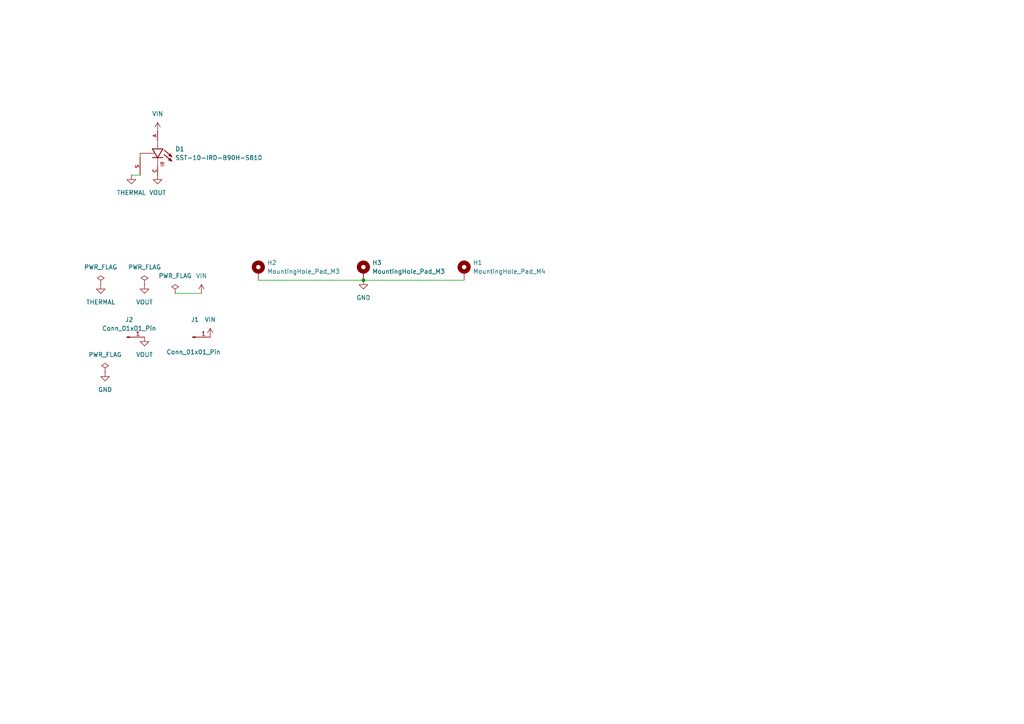
<source format=kicad_sch>
(kicad_sch (version 20231120) (generator "eeschema") (generator_version "8.0")
  (paper "A4")
  (lib_symbols
    (symbol "CE_SCH:SST-10-IRD-B90H-S810_W_FLARE" (pin_names (offset 1.016))
      (property "Reference" "D" (at -7.62 5.08 0))
      (property "Value" "SST-10-IRD-B90H-S810" (at -7.62 -7.62 0))
      (symbol "SST-10-IRD-B90H-S810_W_FLARE_0_0"
        (polyline (pts (xy -2.54 -1.524) (xy 0 0)) (stroke (width 0.254)))
        (polyline (pts (xy -2.54 0) (xy -5.08 0)) (stroke (width 0.1524)))
        (polyline (pts (xy -2.54 0) (xy -2.54 -1.524)) (stroke (width 0.254)))
        (polyline (pts (xy -2.54 1.524) (xy -2.54 0)) (stroke (width 0.254)))
        (polyline (pts (xy -1.27 -5.08) (xy -1.27 -0.7112)) (stroke (width 0.1524)))
        (polyline (pts (xy -0.3556 4.0386) (xy -2.1336 2.0066)) (stroke (width 0.254)))
        (polyline (pts (xy 0 -5.08) (xy -1.27 -5.08)) (stroke (width 0.1524)))
        (polyline (pts (xy 0 0) (xy -2.54 1.524)) (stroke (width 0.254)))
        (polyline (pts (xy 0 0) (xy 0 -1.524)) (stroke (width 0.254)))
        (polyline (pts (xy 0 1.524) (xy 0 0)) (stroke (width 0.254)))
        (polyline (pts (xy 0.889 3.937) (xy -0.889 1.905)) (stroke (width 0.254)))
        (polyline (pts (xy 2.54 0) (xy 0 0)) (stroke (width 0.1524)))
        (polyline (pts (xy -1.143 3.683) (xy -0.5715 3.175) (xy -0.1905 4.191) (xy -1.143 3.683)) (stroke (width 0.1524)) (fill (type outline)))
        (polyline (pts (xy 0.127 3.6195) (xy 0.6985 3.1115) (xy 1.0795 4.191) (xy 0.127 3.6195)) (stroke (width 0.1524)) (fill (type outline)))
        (text "IR" (at 1.016 2.032 0) (effects (font (size 1.016 1.016)) (justify left bottom)))
        (pin passive line (at -7.62 0 0) (length 2.54) (name "~") (number "A"))
        (pin passive line (at 5.08 0 180) (length 2.54) (name "~") (number "C"))
        (pin passive line (at 5.08 -5.08 180) (length 5.08) (name "~") (number "S"))
      )
    )
    (symbol "Connector:Conn_01x01_Pin" (pin_names (offset 1.016) hide)
      (property "Reference" "J" (at 0 2.54 0))
      (property "Value" "Conn_01x01_Pin" (at 0 -2.54 0))
      (symbol "Conn_01x01_Pin_1_1"
        (polyline (pts (xy 1.27 0) (xy 0.8636 0)) (stroke (width 0.1524)))
        (rectangle (start 0.8636 0.127) (end 0 -0.127) (stroke (width 0.1524)) (fill (type outline)))
        (pin passive line (at 5.08 0 180) (length 3.81) (name "Pin_1") (number "1"))
      )
    )
    (symbol "Mechanical:MountingHole_Pad_MP" (pin_numbers hide) (pin_names (offset 1.016) hide) (exclude_from_sim yes) (in_bom no)
      (property "Reference" "H" (at 0 6.35 0))
      (property "Value" "MountingHole_Pad_MP" (at 0 4.445 0))
      (symbol "MountingHole_Pad_MP_0_1"
        (circle (center 0 1.27) (radius 1.27) (stroke (width 1.27)))
      )
      (symbol "MountingHole_Pad_MP_1_1"
        (pin input line (at 0 -2.54 90) (length 2.54) (name "MP") (number "MP"))
      )
    )
    (symbol "power:GND" (power) (pin_numbers hide) (pin_names (offset 0) hide)
      (property "Value" "GND" (at 0 -3.81 0))
      (symbol "GND_0_1"
        (polyline (pts (xy 0 0) (xy 0 -1.27) (xy 1.27 -1.27) (xy 0 -2.54) (xy -1.27 -1.27) (xy 0 -1.27)))
      )
      (symbol "GND_1_1"
        (pin power_in line (at 0 0 270) (length 0) (name "~") (number "1"))
      )
    )
    (symbol "power:PWR_FLAG" (power) (pin_numbers hide) (pin_names (offset 0) hide)
      (property "Value" "PWR_FLAG" (at 0 3.81 0))
      (symbol "PWR_FLAG_0_0"
        (pin power_out line (at 0 0 90) (length 0) (name "~") (number "1"))
      )
      (symbol "PWR_FLAG_0_1"
        (polyline (pts (xy 0 0) (xy 0 1.27) (xy -1.016 1.905) (xy 0 2.54) (xy 1.016 1.905) (xy 0 1.27)))
      )
    )
    (symbol "power:VCC" (power) (pin_numbers hide) (pin_names (offset 0) hide)
      (property "Value" "VCC" (at 0 3.556 0))
      (symbol "VCC_0_1"
        (polyline (pts (xy -0.762 1.27) (xy 0 2.54)))
        (polyline (pts (xy 0 0) (xy 0 2.54)))
        (polyline (pts (xy 0 2.54) (xy 0.762 1.27)))
      )
      (symbol "VCC_1_1"
        (pin power_in line (at 0 0 90) (length 0) (name "~") (number "1"))
      )
    )
  )
  (junction (at 105.41 81.28))
  (wire (pts (xy 105.41 81.28) (xy 134.62 81.28)))
  (wire (pts (xy 74.93 81.28) (xy 105.41 81.28)))
  (wire (pts (xy 38.1 50.8) (xy 40.64 50.8)))
  (wire (pts (xy 50.8 85.09) (xy 58.42 85.09)))
  (symbol (lib_id "power:GND") (at 29.21 82.55 0) (unit 1)
    (property "Reference" "#PWR03" (effects (hide yes)))
    (property "Value" "THERMAL" (at 29.21 87.63 0))
    (property "Description" "Power symbol creates a global label with name \"GND\" , ground" (effects (hide yes)))
  )
  (symbol (lib_id "power:PWR_FLAG") (at 50.8 85.09 0) (unit 1)
    (property "Reference" "#FLG02" (effects (hide yes)))
    (property "Value" "PWR_FLAG" (at 50.8 80.01 0))
    (property "Description" "Special symbol for telling ERC where power comes from" (effects (hide yes)))
  )
  (symbol (lib_id "Mechanical:MountingHole_Pad_MP") (at 134.62 78.74 0) (unit 1) (exclude_from_sim yes) (in_bom no)
    (property "Reference" "H1" (at 137.16 76.1999 0) (effects (justify left)))
    (property "Value" "MountingHole_Pad_M4" (at 137.16 78.7399 0) (effects (justify left)))
    (property "Footprint" "MountingHole:MountingHole_4.3mm_M4" (effects (hide yes)))
    (property "Description" "Mounting Hole with connection as pad named MP" (effects (hide yes)))
  )
  (symbol (lib_id "power:VCC") (at 60.96 97.79 0) (unit 1)
    (property "Reference" "#PWR01" (effects (hide yes)))
    (property "Value" "VIN" (at 60.96 92.71 0))
    (property "Description" "Power symbol creates a global label with name \"VCC\"" (effects (hide yes)))
  )
  (symbol (lib_id "power:GND") (at 41.91 97.79 0) (unit 1)
    (property "Reference" "#PWR0101" (effects (hide yes)))
    (property "Value" "VOUT" (at 41.91 102.87 0))
    (property "Description" "Power symbol creates a global label with name \"GND\" , ground" (effects (hide yes)))
  )
  (symbol (lib_id "Connector:Conn_01x01_Pin") (at 55.88 97.79 0) (unit 1)
    (property "Reference" "J1" (at 56.515 92.71 0))
    (property "Value" "Conn_01x01_Pin" (at 56.134 102.108 0))
    (property "Footprint" "TestPoint:TestPoint_Pad_2.0x2.0mm" (effects (hide yes)))
    (property "Description" "Generic connector, single row, 01x01, script generated" (effects (hide yes)))
  )
  (symbol (lib_id "power:GND") (at 41.91 82.55 0) (unit 1)
    (property "Reference" "#PWR02" (effects (hide yes)))
    (property "Value" "VOUT" (at 41.91 87.63 0))
    (property "Description" "Power symbol creates a global label with name \"GND\" , ground" (effects (hide yes)))
  )
  (symbol (lib_id "power:PWR_FLAG") (at 41.91 82.55 0) (unit 1)
    (property "Reference" "#FLG01" (effects (hide yes)))
    (property "Value" "PWR_FLAG" (at 41.91 77.47 0))
    (property "Description" "Special symbol for telling ERC where power comes from" (effects (hide yes)))
  )
  (symbol (lib_id "power:GND") (at 30.48 107.95 0) (unit 1)
    (property "Reference" "#PWR05" (effects (hide yes)))
    (property "Value" "GND" (at 30.48 113.03 0))
    (property "Description" "Power symbol creates a global label with name \"GND\" , ground" (effects (hide yes)))
  )
  (symbol (lib_id "Mechanical:MountingHole_Pad_MP") (at 105.41 78.74 0) (unit 1) (exclude_from_sim yes) (in_bom no)
    (property "Reference" "H3" (at 107.95 76.1999 0) (effects (justify left)))
    (property "Value" "MountingHole_Pad_M3" (at 107.95 78.7399 0) (effects (justify left)))
    (property "Footprint" "MountingHole:MountingHole_3.2mm_M3" (effects (hide yes)))
    (property "Description" "Mounting Hole with connection as pad named MP" (effects (hide yes)))
  )
  (symbol (lib_id "power:PWR_FLAG") (at 30.48 107.95 0) (unit 1)
    (property "Reference" "#FLG04" (effects (hide yes)))
    (property "Value" "PWR_FLAG" (at 30.48 102.87 0))
    (property "Description" "Special symbol for telling ERC where power comes from" (effects (hide yes)))
  )
  (symbol (lib_id "power:VCC") (at 58.42 85.09 0) (unit 1)
    (property "Reference" "#PWR0102" (effects (hide yes)))
    (property "Value" "VIN" (at 58.42 80.01 0))
    (property "Description" "Power symbol creates a global label with name \"VCC\"" (effects (hide yes)))
  )
  (symbol (lib_id "CE_SCH:SST-10-IRD-B90H-S810_W_FLARE") (at 45.72 45.72 270) (unit 1)
    (property "Reference" "D1" (at 50.8 43.2186 90) (effects (justify left)))
    (property "Value" "SST-10-IRD-B90H-S810" (at 50.8 45.7586 90) (effects (justify left)))
    (property "Footprint" "CE_FP:LENS_C12868_MAXI_W_LENS" (effects (hide yes)))
    (property "MF" "Luminus Devices Inc." (effects (hide yes)))
    (property "MAXIMUM_PACKAGE_HEIGHT" "2.33 mm" (effects (hide yes)))
    (property "Package" "NON-STANDARD-3 Luminus Devices" (effects (hide yes)))
    (property "Price" "None" (effects (hide yes)))
    (property "Check_prices" "https://www.snapeda.com/parts/SST-10-IRD-B90H-S810/Luminus+Devices+Inc./view-part/?ref=eda" (effects (hide yes)))
    (property "STANDARD" "Manufacturer Recommendations" (effects (hide yes)))
    (property "PARTREV" "Rev 02" (effects (hide yes)))
    (property "SnapEDA_Link" "https://www.snapeda.com/parts/SST-10-IRD-B90H-S810/Luminus+Devices+Inc./view-part/?ref=snap" (effects (hide yes)))
    (property "MP" "SST-10-IRD-B90H-S810" (effects (hide yes)))
    (property "Purchase-URL" "https://www.snapeda.com/api/url_track_click_mouser/?unipart_id=6324441&manufacturer=Luminus Devices Inc.&part_name=SST-10-IRD-B90H-S810&search_term=None" (effects (hide yes)))
    (property "Description_1" "\nInfrared (IR) Emitter 810nm 3V 350mA 535mW @ 350mA (Typ) 90, 3.5mm x 3.5mm\n" (effects (hide yes)))
    (property "MANUFACTURER" "Luminus" (effects (hide yes)))
    (property "Availability" "In Stock" (effects (hide yes)))
    (property "SNAPEDA_PN" "SST-10-IRD-B90H-S810" (effects (hide yes)))
  )
  (symbol (lib_id "power:GND") (at 38.1 50.8 0) (unit 1)
    (property "Reference" "#PWR0105" (effects (hide yes)))
    (property "Value" "THERMAL" (at 38.1 55.88 0))
    (property "Description" "Power symbol creates a global label with name \"GND\" , ground" (effects (hide yes)))
  )
  (symbol (lib_id "power:VCC") (at 45.72 38.1 0) (unit 1)
    (property "Reference" "#PWR0103" (effects (hide yes)))
    (property "Value" "VIN" (at 45.72 33.02 0))
    (property "Description" "Power symbol creates a global label with name \"VCC\"" (effects (hide yes)))
  )
  (symbol (lib_id "Mechanical:MountingHole_Pad_MP") (at 74.93 78.74 0) (unit 1) (exclude_from_sim yes) (in_bom no)
    (property "Reference" "H2" (at 77.47 76.1999 0) (effects (justify left)))
    (property "Value" "MountingHole_Pad_M3" (at 77.47 78.7399 0) (effects (justify left)))
    (property "Footprint" "MountingHole:MountingHole_3.2mm_M3" (effects (hide yes)))
    (property "Description" "Mounting Hole with connection as pad named MP" (effects (hide yes)))
  )
  (symbol (lib_id "power:GND") (at 105.41 81.28 0) (unit 1)
    (property "Reference" "#PWR04" (effects (hide yes)))
    (property "Value" "GND" (at 105.41 86.36 0))
    (property "Description" "Power symbol creates a global label with name \"GND\" , ground" (effects (hide yes)))
  )
  (symbol (lib_id "power:PWR_FLAG") (at 29.21 82.55 0) (unit 1)
    (property "Reference" "#FLG03" (effects (hide yes)))
    (property "Value" "PWR_FLAG" (at 29.21 77.47 0))
    (property "Description" "Special symbol for telling ERC where power comes from" (effects (hide yes)))
  )
  (symbol (lib_id "power:GND") (at 45.72 50.8 0) (unit 1)
    (property "Reference" "#PWR0104" (effects (hide yes)))
    (property "Value" "VOUT" (at 45.72 55.88 0))
    (property "Description" "Power symbol creates a global label with name \"GND\" , ground" (effects (hide yes)))
  )
  (symbol (lib_id "Connector:Conn_01x01_Pin") (at 36.83 97.79 0) (unit 1)
    (property "Reference" "J2" (at 37.465 92.71 0))
    (property "Value" "Conn_01x01_Pin" (at 37.465 95.25 0))
    (property "Footprint" "TestPoint:TestPoint_Pad_2.0x2.0mm" (effects (hide yes)))
    (property "Description" "Generic connector, single row, 01x01, script generated" (effects (hide yes)))
  )
)
</source>
